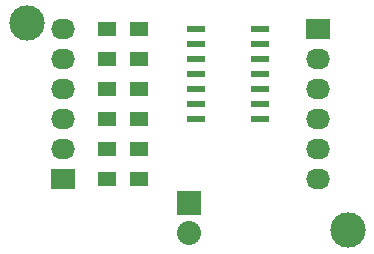
<source format=gbr>
G04 #@! TF.FileFunction,Soldermask,Top*
%FSLAX46Y46*%
G04 Gerber Fmt 4.6, Leading zero omitted, Abs format (unit mm)*
G04 Created by KiCad (PCBNEW (after 2015-mar-04 BZR unknown)-product) date 11/2/2016 4:10:59 PM*
%MOMM*%
G01*
G04 APERTURE LIST*
%ADD10C,0.150000*%
%ADD11R,1.500000X1.300000*%
%ADD12R,1.500000X0.600000*%
%ADD13R,2.032000X1.727200*%
%ADD14O,2.032000X1.727200*%
%ADD15R,2.032000X2.032000*%
%ADD16O,2.032000X2.032000*%
%ADD17C,3.000000*%
G04 APERTURE END LIST*
D10*
D11*
X36910000Y-25400000D03*
X34210000Y-25400000D03*
X36910000Y-27940000D03*
X34210000Y-27940000D03*
X36910000Y-30480000D03*
X34210000Y-30480000D03*
X36910000Y-33020000D03*
X34210000Y-33020000D03*
X36910000Y-35560000D03*
X34210000Y-35560000D03*
X36910000Y-38100000D03*
X34210000Y-38100000D03*
D12*
X41750000Y-25400000D03*
X41750000Y-26670000D03*
X41750000Y-27940000D03*
X41750000Y-29210000D03*
X41750000Y-30480000D03*
X41750000Y-31750000D03*
X41750000Y-33020000D03*
X47150000Y-33020000D03*
X47150000Y-31750000D03*
X47150000Y-30480000D03*
X47150000Y-29210000D03*
X47150000Y-27940000D03*
X47150000Y-26670000D03*
X47150000Y-25400000D03*
D13*
X30480000Y-38100000D03*
D14*
X30480000Y-35560000D03*
X30480000Y-33020000D03*
X30480000Y-30480000D03*
X30480000Y-27940000D03*
X30480000Y-25400000D03*
D13*
X52070000Y-25400000D03*
D14*
X52070000Y-27940000D03*
X52070000Y-30480000D03*
X52070000Y-33020000D03*
X52070000Y-35560000D03*
X52070000Y-38100000D03*
D15*
X41148000Y-40132000D03*
D16*
X41148000Y-42672000D03*
D17*
X27432000Y-24892000D03*
X54610000Y-42418000D03*
M02*

</source>
